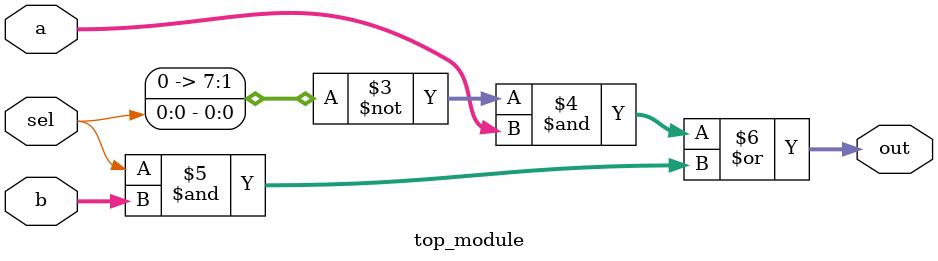
<source format=sv>
module top_module (
    input sel,
    input [7:0] a,
    input [7:0] b,
    output reg [7:0] out
);

always @(*) begin
    out = (~sel & a) | (sel & b);
end

endmodule

</source>
